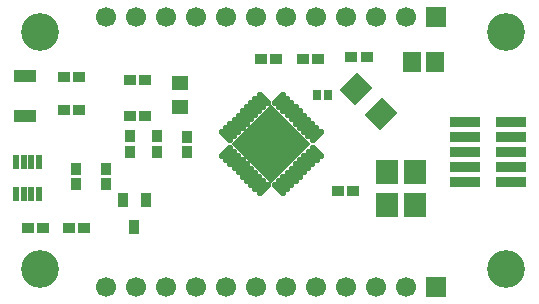
<source format=gbr>
G04 DipTrace 3.1.0.0*
G04 TopMask.gbr*
%MOIN*%
G04 #@! TF.FileFunction,Soldermask,Top*
G04 #@! TF.Part,Single*
%AMOUTLINE1*
4,1,16,
0.021193,0.007274,
0.023305,0.010635,
0.0238,0.015032,
0.02234,0.01921,
0.01921,0.02234,
0.015032,0.0238,
0.010635,0.023305,
0.007274,0.021193,
-0.021193,-0.007274,
-0.023305,-0.010635,
-0.0238,-0.015032,
-0.02234,-0.01921,
-0.01921,-0.02234,
-0.015032,-0.0238,
-0.010635,-0.023305,
-0.007274,-0.021193,
0.021193,0.007274,
0*%
%AMOUTLINE4*
4,1,16,
0.007274,-0.021193,
0.010635,-0.023305,
0.015032,-0.0238,
0.01921,-0.02234,
0.02234,-0.01921,
0.0238,-0.015032,
0.023305,-0.010635,
0.021193,-0.007274,
-0.007274,0.021193,
-0.010635,0.023305,
-0.015032,0.0238,
-0.01921,0.02234,
-0.02234,0.01921,
-0.0238,0.015032,
-0.023305,0.010635,
-0.021193,0.007274,
0.007274,-0.021193,
0*%
%AMOUTLINE7*5,1,4,0,0,0.261684,-179.999999*%
%AMOUTLINE10*
4,1,4,
-0.035433,-0.039369,
-0.035433,0.039369,
0.035433,0.039369,
0.035433,-0.039369,
-0.035433,-0.039369,
0*%
%AMOUTLINE13*
4,1,4,
-0.004176,-0.054286,
-0.054286,-0.004176,
0.004176,0.054286,
0.054286,0.004176,
-0.004176,-0.054286,
0*%
%ADD39C,0.125984*%
%ADD46R,0.021457X0.051181*%
%ADD48R,0.074803X0.03937*%
%ADD50R,0.059055X0.066929*%
%ADD54R,0.033465X0.049213*%
%ADD56R,0.031102X0.03622*%
%ADD58R,0.055118X0.047244*%
%ADD60R,0.102362X0.037008*%
%ADD62C,0.066929*%
%ADD64R,0.066929X0.066929*%
%ADD66R,0.035433X0.043307*%
%ADD68R,0.043307X0.035433*%
%ADD74OUTLINE1*%
%ADD77OUTLINE4*%
%ADD80OUTLINE7*%
%ADD83OUTLINE10*%
%ADD86OUTLINE13*%
%FSLAX26Y26*%
G04*
G70*
G90*
G75*
G01*
G04 TopMask*
%LPD*%
D68*
X1541386Y1219701D3*
X1592567D3*
X1495386Y771701D3*
X1546567D3*
X853386Y1143701D3*
X802205D3*
X854386Y1023701D3*
X803205D3*
D66*
X803386Y903701D3*
Y954882D3*
D68*
X583386Y1153701D3*
X634567D3*
X1289386Y1212701D3*
X1238205D3*
X463386Y649701D3*
X514567D3*
D39*
X2055010Y513701D3*
X503386D3*
X2055042Y1303701D3*
X503386D3*
D64*
X1823386Y1353701D3*
D62*
X1723386D3*
X1623386D3*
X1523386D3*
X1423386D3*
X1323386D3*
X1223386D3*
X1123386D3*
X1023386D3*
X923386D3*
X823386D3*
X723386D3*
D64*
X1823386Y453682D3*
D62*
X1723386D3*
X1623386D3*
X1523386D3*
X1423386D3*
X1323386D3*
X1223386D3*
X1123386D3*
X1023386D3*
X923386D3*
X823386D3*
X723386D3*
D60*
X1919843Y1003701D3*
Y953701D3*
Y903701D3*
Y853701D3*
Y803701D3*
X2073386D3*
Y853701D3*
Y903701D3*
Y953701D3*
Y1003701D3*
D58*
X968386Y1132701D3*
Y1053961D3*
D56*
X1425386Y1091701D3*
X1463181D3*
D54*
X855386Y743701D3*
X780583D3*
X817984Y653150D3*
D66*
X993386Y953701D3*
Y902520D3*
X893386Y903701D3*
Y954882D3*
D68*
X1430976Y1212110D3*
X1379795D3*
D66*
X723386Y845701D3*
Y794520D3*
D68*
X651386Y649701D3*
X600205D3*
D66*
X623386Y794520D3*
Y845701D3*
D68*
X634567Y1043701D3*
X583386D3*
D50*
X1818787Y1203299D3*
X1743984D3*
D48*
X453386Y1023701D3*
Y1157559D3*
D74*
X1123386Y903701D3*
X1137306Y889781D3*
X1151224Y875862D3*
X1165144Y861942D3*
X1179063Y848022D3*
X1192983Y834104D3*
X1206903Y820184D3*
X1220822Y806265D3*
X1234741Y792345D3*
X1248660Y778425D3*
D77*
X1300163Y778147D3*
X1314081Y792067D3*
X1328001Y805987D3*
X1341921Y819906D3*
X1355840Y833825D3*
X1369760Y847744D3*
X1383678Y861664D3*
X1397598Y875584D3*
X1411518Y889503D3*
X1425437Y903423D3*
D74*
X1425159Y954924D3*
X1411239Y968844D3*
X1397320Y982762D3*
X1383400Y996682D3*
X1369482Y1010602D3*
X1355562Y1024521D3*
X1341642Y1038441D3*
X1327723Y1052360D3*
X1313803Y1066280D3*
X1299885Y1080199D3*
D77*
X1248382Y1080478D3*
X1234463Y1066558D3*
X1220543Y1052638D3*
X1206623Y1038719D3*
X1192705Y1024799D3*
X1178785Y1010881D3*
X1164866Y996961D3*
X1150946Y983041D3*
X1137026Y969122D3*
X1123108Y955202D3*
D80*
X1274273Y929312D3*
D46*
X423386Y763701D3*
X448976D3*
X474567D3*
X500157D3*
Y868031D3*
X474567D3*
X448976D3*
X423386D3*
D83*
X1658386Y836701D3*
Y726465D3*
X1752874Y726463D3*
Y836699D3*
D86*
X1640386Y1028701D3*
X1556869Y1112218D3*
M02*

</source>
